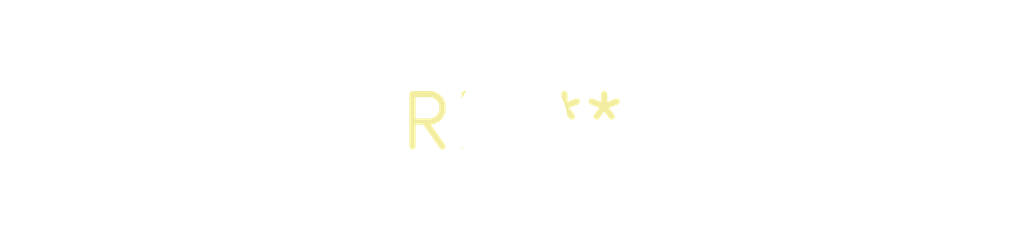
<source format=kicad_pcb>
(kicad_pcb (version 20240108) (generator pcbnew)
  (layers (0 "F.Cu" signal) (31 "B.Cu" signal) (34 "B.Paste" user) (35 "F.Paste" user) (36 "B.SilkS" user "B.Silkscreen") (37 "F.SilkS" user "F.Silkscreen") (38 "B.Mask" user) (39 "F.Mask" user) (44 "Edge.Cuts" user))
  (net 0 "")
  (footprint "MountingHole_2.7mm_Pad" (layer "F.Cu") (at 0 0)
    (property "Reference" "REF**")
    (property "Value" "MountingHole_2.7mm_Pad")
    (pad "1" thru_hole circle (at 0 0) (size 5.4 5.4) (drill 2.7) (layers *.Cu *.Mask) (remove_unused_layers))
  )
)
</source>
